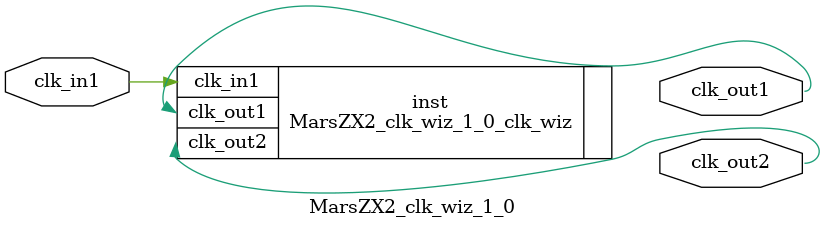
<source format=v>


`timescale 1ps/1ps

(* CORE_GENERATION_INFO = "MarsZX2_clk_wiz_1_0,clk_wiz_v6_0_3_0_0,{component_name=MarsZX2_clk_wiz_1_0,use_phase_alignment=true,use_min_o_jitter=false,use_max_i_jitter=false,use_dyn_phase_shift=false,use_inclk_switchover=false,use_dyn_reconfig=false,enable_axi=0,feedback_source=FDBK_AUTO,PRIMITIVE=MMCM,num_out_clk=2,clkin1_period=40.000,clkin2_period=10.0,use_power_down=false,use_reset=false,use_locked=false,use_inclk_stopped=false,feedback_type=SINGLE,CLOCK_MGR_TYPE=NA,manual_override=false}" *)

module MarsZX2_clk_wiz_1_0 
 (
  // Clock out ports
  output        clk_out1,
  output        clk_out2,
 // Clock in ports
  input         clk_in1
 );

  MarsZX2_clk_wiz_1_0_clk_wiz inst
  (
  // Clock out ports  
  .clk_out1(clk_out1),
  .clk_out2(clk_out2),
 // Clock in ports
  .clk_in1(clk_in1)
  );

endmodule

</source>
